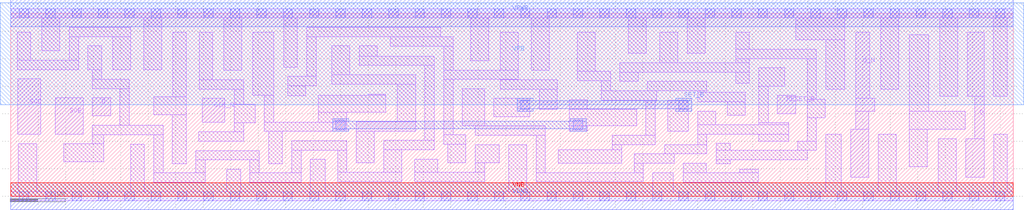
<source format=lef>
# Copyright 2020 The SkyWater PDK Authors
#
# Licensed under the Apache License, Version 2.0 (the "License");
# you may not use this file except in compliance with the License.
# You may obtain a copy of the License at
#
#     https://www.apache.org/licenses/LICENSE-2.0
#
# Unless required by applicable law or agreed to in writing, software
# distributed under the License is distributed on an "AS IS" BASIS,
# WITHOUT WARRANTIES OR CONDITIONS OF ANY KIND, either express or implied.
# See the License for the specific language governing permissions and
# limitations under the License.
#
# SPDX-License-Identifier: Apache-2.0

VERSION 5.7 ;
  NOWIREEXTENSIONATPIN ON ;
  DIVIDERCHAR "/" ;
  BUSBITCHARS "[]" ;
MACRO sky130_fd_sc_hs__sdfbbn_2
  CLASS CORE ;
  FOREIGN sky130_fd_sc_hs__sdfbbn_2 ;
  ORIGIN  0.000000  0.000000 ;
  SIZE  18.24000 BY  3.330000 ;
  SYMMETRY X Y ;
  SITE unit ;
  PIN D
    ANTENNAGATEAREA  0.159000 ;
    DIRECTION INPUT ;
    USE SIGNAL ;
    PORT
      LAYER li1 ;
        RECT 1.485000 1.460000 1.815000 1.790000 ;
    END
  END D
  PIN Q
    ANTENNADIFFAREA  0.543200 ;
    DIRECTION OUTPUT ;
    USE SIGNAL ;
    PORT
      LAYER li1 ;
        RECT 17.370000 0.350000 17.705000 1.050000 ;
        RECT 17.395000 1.820000 17.705000 2.980000 ;
        RECT 17.535000 1.050000 17.705000 1.820000 ;
    END
  END Q
  PIN Q_N
    ANTENNADIFFAREA  0.543200 ;
    DIRECTION OUTPUT ;
    USE SIGNAL ;
    PORT
      LAYER li1 ;
        RECT 15.280000 0.350000 15.610000 1.220000 ;
        RECT 15.375000 1.220000 15.610000 1.550000 ;
        RECT 15.375000 1.550000 15.715000 1.780000 ;
        RECT 15.375000 1.780000 15.625000 2.980000 ;
    END
  END Q_N
  PIN RESET_B
    ANTENNAGATEAREA  0.159000 ;
    DIRECTION INPUT ;
    USE SIGNAL ;
    PORT
      LAYER li1 ;
        RECT 13.945000 1.505000 14.275000 1.835000 ;
    END
  END RESET_B
  PIN SCD
    ANTENNAGATEAREA  0.159000 ;
    DIRECTION INPUT ;
    USE SIGNAL ;
    PORT
      LAYER li1 ;
        RECT 0.125000 1.125000 0.550000 2.135000 ;
    END
  END SCD
  PIN SCE
    ANTENNAGATEAREA  0.318000 ;
    DIRECTION INPUT ;
    USE SIGNAL ;
    PORT
      LAYER li1 ;
        RECT 0.805000 1.125000 1.315000 1.795000 ;
    END
  END SCE
  PIN SET_B
    ANTENNAGATEAREA  0.469500 ;
    DIRECTION INPUT ;
    USE SIGNAL ;
    PORT
      LAYER met1 ;
        RECT  9.215000 1.550000  9.505000 1.595000 ;
        RECT  9.215000 1.595000 12.385000 1.735000 ;
        RECT  9.215000 1.735000  9.505000 1.780000 ;
        RECT 12.095000 1.550000 12.385000 1.595000 ;
        RECT 12.095000 1.735000 12.385000 1.780000 ;
    END
  END SET_B
  PIN CLK_N
    ANTENNAGATEAREA  0.279000 ;
    DIRECTION INPUT ;
    USE CLOCK ;
    PORT
      LAYER li1 ;
        RECT 3.485000 1.350000 3.895000 1.780000 ;
    END
  END CLK_N
  PIN VGND
    DIRECTION INOUT ;
    USE GROUND ;
    PORT
      LAYER met1 ;
        RECT 0.000000 -0.245000 18.240000 0.245000 ;
    END
  END VGND
  PIN VNB
    DIRECTION INOUT ;
    USE GROUND ;
    PORT
      LAYER pwell ;
        RECT 0.000000 0.000000 18.240000 0.245000 ;
    END
  END VNB
  PIN VPB
    DIRECTION INOUT ;
    USE POWER ;
    PORT
      LAYER nwell ;
        RECT -0.190000 1.660000 18.430000 3.520000 ;
    END
  END VPB
  PIN VPWR
    DIRECTION INOUT ;
    USE POWER ;
    PORT
      LAYER met1 ;
        RECT 0.000000 3.085000 18.240000 3.575000 ;
    END
  END VPWR
  OBS
    LAYER li1 ;
      RECT  0.000000 -0.085000 18.240000 0.085000 ;
      RECT  0.000000  3.245000 18.240000 3.415000 ;
      RECT  0.115000  2.305000  1.235000 2.475000 ;
      RECT  0.115000  2.475000  0.365000 2.980000 ;
      RECT  0.140000  0.085000  0.470000 0.955000 ;
      RECT  0.565000  2.645000  0.895000 3.245000 ;
      RECT  0.960000  0.625000  1.690000 0.955000 ;
      RECT  1.065000  2.475000  1.235000 2.905000 ;
      RECT  1.065000  2.905000  2.185000 3.075000 ;
      RECT  1.405000  2.300000  1.655000 2.735000 ;
      RECT  1.485000  0.955000  1.690000 1.120000 ;
      RECT  1.485000  1.120000  2.770000 1.290000 ;
      RECT  1.485000  1.960000  2.155000 2.130000 ;
      RECT  1.485000  2.130000  1.655000 2.300000 ;
      RECT  1.855000  2.300000  2.185000 2.905000 ;
      RECT  1.985000  1.290000  2.155000 1.960000 ;
      RECT  2.180000  0.085000  2.430000 0.950000 ;
      RECT  2.415000  2.300000  2.745000 3.245000 ;
      RECT  2.600000  0.255000  3.535000 0.425000 ;
      RECT  2.600000  0.425000  2.770000 1.120000 ;
      RECT  2.605000  1.480000  3.195000 1.810000 ;
      RECT  2.940000  0.595000  3.195000 1.480000 ;
      RECT  2.945000  1.810000  3.195000 2.980000 ;
      RECT  3.365000  0.425000  3.535000 0.660000 ;
      RECT  3.365000  0.660000  4.520000 0.830000 ;
      RECT  3.420000  1.000000  4.235000 1.170000 ;
      RECT  3.425000  1.950000  4.235000 2.120000 ;
      RECT  3.425000  2.120000  3.675000 2.980000 ;
      RECT  3.875000  2.290000  4.205000 3.245000 ;
      RECT  3.930000  0.085000  4.180000 0.490000 ;
      RECT  4.065000  1.170000  4.235000 1.340000 ;
      RECT  4.065000  1.340000  4.445000 1.670000 ;
      RECT  4.065000  1.670000  4.235000 1.950000 ;
      RECT  4.350000  0.255000  5.280000 0.425000 ;
      RECT  4.350000  0.425000  4.520000 0.660000 ;
      RECT  4.405000  1.840000  4.785000 2.980000 ;
      RECT  4.615000  1.180000  6.115000 1.350000 ;
      RECT  4.615000  1.350000  4.785000 1.840000 ;
      RECT  4.690000  0.595000  4.940000 1.180000 ;
      RECT  4.965000  2.350000  5.215000 3.245000 ;
      RECT  5.035000  1.830000  5.365000 2.010000 ;
      RECT  5.035000  2.010000  5.555000 2.180000 ;
      RECT  5.110000  0.425000  5.280000 0.840000 ;
      RECT  5.110000  0.840000  6.115000 1.010000 ;
      RECT  5.385000  2.180000  5.555000 2.905000 ;
      RECT  5.385000  2.905000  7.825000 3.075000 ;
      RECT  5.450000  0.085000  5.720000 0.670000 ;
      RECT  5.595000  1.350000  6.115000 1.525000 ;
      RECT  5.595000  1.525000  6.825000 1.840000 ;
      RECT  5.840000  2.040000  7.365000 2.210000 ;
      RECT  5.840000  2.210000  6.170000 2.735000 ;
      RECT  5.945000  0.265000  7.115000 0.435000 ;
      RECT  5.945000  0.435000  6.115000 0.840000 ;
      RECT  6.285000  0.605000  6.615000 1.185000 ;
      RECT  6.285000  1.185000  7.365000 1.355000 ;
      RECT  6.340000  2.380000  7.705000 2.550000 ;
      RECT  6.340000  2.550000  6.670000 2.735000 ;
      RECT  6.495000  1.840000  6.825000 1.855000 ;
      RECT  6.785000  0.435000  7.115000 0.845000 ;
      RECT  6.785000  0.845000  7.705000 1.015000 ;
      RECT  6.900000  2.730000  8.045000 2.900000 ;
      RECT  6.900000  2.900000  7.825000 2.905000 ;
      RECT  7.035000  1.355000  7.365000 2.040000 ;
      RECT  7.345000  0.265000  8.620000 0.435000 ;
      RECT  7.345000  0.435000  7.770000 0.675000 ;
      RECT  7.535000  1.015000  7.705000 2.380000 ;
      RECT  7.875000  0.945000  8.280000 1.115000 ;
      RECT  7.875000  1.115000  8.045000 2.125000 ;
      RECT  7.875000  2.125000  9.235000 2.295000 ;
      RECT  7.875000  2.295000  8.045000 2.730000 ;
      RECT  7.950000  0.605000  8.280000 0.945000 ;
      RECT  8.215000  1.285000  8.620000 1.955000 ;
      RECT  8.365000  2.465000  8.695000 3.245000 ;
      RECT  8.450000  0.435000  8.620000 0.605000 ;
      RECT  8.450000  0.605000  8.885000 0.935000 ;
      RECT  8.450000  1.110000  9.725000 1.280000 ;
      RECT  8.450000  1.280000  8.620000 1.285000 ;
      RECT  8.790000  1.450000  9.445000 1.780000 ;
      RECT  8.905000  1.950000  9.945000 2.120000 ;
      RECT  8.905000  2.120000  9.235000 2.125000 ;
      RECT  8.905000  2.295000  9.235000 2.980000 ;
      RECT  9.055000  0.085000  9.385000 0.940000 ;
      RECT  9.465000  2.290000  9.795000 3.245000 ;
      RECT  9.555000  0.260000 11.510000 0.430000 ;
      RECT  9.555000  0.430000  9.725000 1.110000 ;
      RECT  9.615000  1.580000  9.945000 1.950000 ;
      RECT  9.960000  0.600000 11.110000 0.850000 ;
      RECT 10.155000  1.180000 10.485000 1.280000 ;
      RECT 10.155000  1.280000 11.385000 1.580000 ;
      RECT 10.155000  1.580000 10.485000 1.755000 ;
      RECT 10.305000  2.100000 10.910000 2.270000 ;
      RECT 10.305000  2.270000 10.635000 2.980000 ;
      RECT 10.740000  1.750000 11.750000 1.920000 ;
      RECT 10.740000  1.920000 10.910000 2.100000 ;
      RECT 10.940000  0.850000 11.110000 0.940000 ;
      RECT 10.940000  0.940000 11.725000 1.110000 ;
      RECT 11.080000  2.090000 11.410000 2.260000 ;
      RECT 11.080000  2.260000 13.435000 2.430000 ;
      RECT 11.230000  2.600000 11.560000 3.245000 ;
      RECT 11.340000  0.430000 11.510000 0.600000 ;
      RECT 11.340000  0.600000 12.065000 0.770000 ;
      RECT 11.555000  1.110000 11.725000 1.750000 ;
      RECT 11.580000  1.920000 12.665000 2.090000 ;
      RECT 11.680000  0.085000 12.055000 0.430000 ;
      RECT 11.805000  2.430000 12.135000 2.980000 ;
      RECT 11.895000  0.770000 12.665000 0.940000 ;
      RECT 11.955000  1.180000 12.325000 1.750000 ;
      RECT 12.235000  0.255000 13.595000 0.425000 ;
      RECT 12.235000  0.425000 12.655000 0.600000 ;
      RECT 12.305000  2.600000 12.635000 3.245000 ;
      RECT 12.495000  0.940000 12.665000 1.130000 ;
      RECT 12.495000  1.130000 14.150000 1.300000 ;
      RECT 12.495000  1.300000 12.825000 1.550000 ;
      RECT 12.495000  1.720000 13.365000 1.890000 ;
      RECT 12.495000  1.890000 12.665000 1.920000 ;
      RECT 12.835000  0.595000 13.085000 0.665000 ;
      RECT 12.835000  0.665000 14.490000 0.835000 ;
      RECT 12.835000  0.835000 13.085000 0.960000 ;
      RECT 13.035000  1.470000 13.365000 1.720000 ;
      RECT 13.185000  2.060000 13.435000 2.260000 ;
      RECT 13.185000  2.430000 13.435000 2.505000 ;
      RECT 13.185000  2.505000 14.655000 2.675000 ;
      RECT 13.185000  2.675000 13.435000 2.980000 ;
      RECT 13.265000  0.425000 13.595000 0.495000 ;
      RECT 13.605000  1.005000 14.150000 1.130000 ;
      RECT 13.605000  1.300000 14.150000 1.335000 ;
      RECT 13.605000  1.335000 13.775000 2.005000 ;
      RECT 13.605000  2.005000 14.075000 2.335000 ;
      RECT 14.280000  2.845000 15.170000 3.245000 ;
      RECT 14.320000  0.835000 14.655000 1.005000 ;
      RECT 14.485000  1.005000 14.655000 1.430000 ;
      RECT 14.485000  1.430000 14.815000 1.760000 ;
      RECT 14.485000  1.760000 14.655000 2.505000 ;
      RECT 14.825000  0.085000 15.110000 1.130000 ;
      RECT 14.825000  1.950000 15.170000 2.845000 ;
      RECT 15.780000  0.085000 16.110000 1.130000 ;
      RECT 15.825000  1.950000 16.155000 3.245000 ;
      RECT 16.340000  0.540000 16.670000 1.220000 ;
      RECT 16.340000  1.220000 17.365000 1.550000 ;
      RECT 16.340000  1.550000 16.700000 2.940000 ;
      RECT 16.870000  0.085000 17.200000 1.050000 ;
      RECT 16.895000  1.820000 17.225000 3.245000 ;
      RECT 17.875000  1.820000 18.125000 3.245000 ;
      RECT 17.880000  0.085000 18.130000 1.130000 ;
    LAYER mcon ;
      RECT  0.155000 -0.085000  0.325000 0.085000 ;
      RECT  0.155000  3.245000  0.325000 3.415000 ;
      RECT  0.635000 -0.085000  0.805000 0.085000 ;
      RECT  0.635000  3.245000  0.805000 3.415000 ;
      RECT  1.115000 -0.085000  1.285000 0.085000 ;
      RECT  1.115000  3.245000  1.285000 3.415000 ;
      RECT  1.595000 -0.085000  1.765000 0.085000 ;
      RECT  1.595000  3.245000  1.765000 3.415000 ;
      RECT  2.075000 -0.085000  2.245000 0.085000 ;
      RECT  2.075000  3.245000  2.245000 3.415000 ;
      RECT  2.555000 -0.085000  2.725000 0.085000 ;
      RECT  2.555000  3.245000  2.725000 3.415000 ;
      RECT  3.035000 -0.085000  3.205000 0.085000 ;
      RECT  3.035000  3.245000  3.205000 3.415000 ;
      RECT  3.515000 -0.085000  3.685000 0.085000 ;
      RECT  3.515000  3.245000  3.685000 3.415000 ;
      RECT  3.995000 -0.085000  4.165000 0.085000 ;
      RECT  3.995000  3.245000  4.165000 3.415000 ;
      RECT  4.475000 -0.085000  4.645000 0.085000 ;
      RECT  4.475000  3.245000  4.645000 3.415000 ;
      RECT  4.955000 -0.085000  5.125000 0.085000 ;
      RECT  4.955000  3.245000  5.125000 3.415000 ;
      RECT  5.435000 -0.085000  5.605000 0.085000 ;
      RECT  5.435000  3.245000  5.605000 3.415000 ;
      RECT  5.915000 -0.085000  6.085000 0.085000 ;
      RECT  5.915000  1.210000  6.085000 1.380000 ;
      RECT  5.915000  3.245000  6.085000 3.415000 ;
      RECT  6.395000 -0.085000  6.565000 0.085000 ;
      RECT  6.395000  3.245000  6.565000 3.415000 ;
      RECT  6.875000 -0.085000  7.045000 0.085000 ;
      RECT  6.875000  3.245000  7.045000 3.415000 ;
      RECT  7.355000 -0.085000  7.525000 0.085000 ;
      RECT  7.355000  3.245000  7.525000 3.415000 ;
      RECT  7.835000 -0.085000  8.005000 0.085000 ;
      RECT  7.835000  3.245000  8.005000 3.415000 ;
      RECT  8.315000 -0.085000  8.485000 0.085000 ;
      RECT  8.315000  3.245000  8.485000 3.415000 ;
      RECT  8.795000 -0.085000  8.965000 0.085000 ;
      RECT  8.795000  3.245000  8.965000 3.415000 ;
      RECT  9.275000 -0.085000  9.445000 0.085000 ;
      RECT  9.275000  1.580000  9.445000 1.750000 ;
      RECT  9.275000  3.245000  9.445000 3.415000 ;
      RECT  9.755000 -0.085000  9.925000 0.085000 ;
      RECT  9.755000  3.245000  9.925000 3.415000 ;
      RECT 10.235000 -0.085000 10.405000 0.085000 ;
      RECT 10.235000  1.210000 10.405000 1.380000 ;
      RECT 10.235000  3.245000 10.405000 3.415000 ;
      RECT 10.715000 -0.085000 10.885000 0.085000 ;
      RECT 10.715000  3.245000 10.885000 3.415000 ;
      RECT 11.195000 -0.085000 11.365000 0.085000 ;
      RECT 11.195000  3.245000 11.365000 3.415000 ;
      RECT 11.675000 -0.085000 11.845000 0.085000 ;
      RECT 11.675000  3.245000 11.845000 3.415000 ;
      RECT 12.155000 -0.085000 12.325000 0.085000 ;
      RECT 12.155000  1.580000 12.325000 1.750000 ;
      RECT 12.155000  3.245000 12.325000 3.415000 ;
      RECT 12.635000 -0.085000 12.805000 0.085000 ;
      RECT 12.635000  3.245000 12.805000 3.415000 ;
      RECT 13.115000 -0.085000 13.285000 0.085000 ;
      RECT 13.115000  3.245000 13.285000 3.415000 ;
      RECT 13.595000 -0.085000 13.765000 0.085000 ;
      RECT 13.595000  3.245000 13.765000 3.415000 ;
      RECT 14.075000 -0.085000 14.245000 0.085000 ;
      RECT 14.075000  3.245000 14.245000 3.415000 ;
      RECT 14.555000 -0.085000 14.725000 0.085000 ;
      RECT 14.555000  3.245000 14.725000 3.415000 ;
      RECT 15.035000 -0.085000 15.205000 0.085000 ;
      RECT 15.035000  3.245000 15.205000 3.415000 ;
      RECT 15.515000 -0.085000 15.685000 0.085000 ;
      RECT 15.515000  3.245000 15.685000 3.415000 ;
      RECT 15.995000 -0.085000 16.165000 0.085000 ;
      RECT 15.995000  3.245000 16.165000 3.415000 ;
      RECT 16.475000 -0.085000 16.645000 0.085000 ;
      RECT 16.475000  3.245000 16.645000 3.415000 ;
      RECT 16.955000 -0.085000 17.125000 0.085000 ;
      RECT 16.955000  3.245000 17.125000 3.415000 ;
      RECT 17.435000 -0.085000 17.605000 0.085000 ;
      RECT 17.435000  3.245000 17.605000 3.415000 ;
      RECT 17.915000 -0.085000 18.085000 0.085000 ;
      RECT 17.915000  3.245000 18.085000 3.415000 ;
    LAYER met1 ;
      RECT  5.855000 1.180000  6.145000 1.225000 ;
      RECT  5.855000 1.225000 10.465000 1.365000 ;
      RECT  5.855000 1.365000  6.145000 1.410000 ;
      RECT 10.175000 1.180000 10.465000 1.225000 ;
      RECT 10.175000 1.365000 10.465000 1.410000 ;
  END
END sky130_fd_sc_hs__sdfbbn_2
END LIBRARY

</source>
